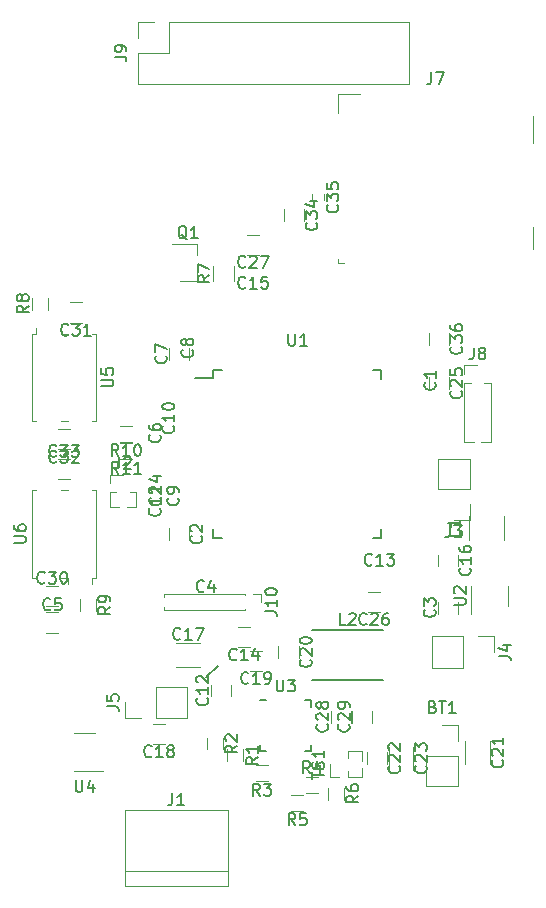
<source format=gbr>
G04 #@! TF.GenerationSoftware,KiCad,Pcbnew,5.0.1*
G04 #@! TF.CreationDate,2019-01-30T17:32:38+03:00*
G04 #@! TF.ProjectId,core,636F72652E6B696361645F7063620000,rev?*
G04 #@! TF.SameCoordinates,Original*
G04 #@! TF.FileFunction,Legend,Top*
G04 #@! TF.FilePolarity,Positive*
%FSLAX46Y46*%
G04 Gerber Fmt 4.6, Leading zero omitted, Abs format (unit mm)*
G04 Created by KiCad (PCBNEW 5.0.1) date Wed 30 Jan 2019 05:32:38 PM MSK*
%MOMM*%
%LPD*%
G01*
G04 APERTURE LIST*
%ADD10C,0.200000*%
%ADD11C,0.120000*%
%ADD12C,0.150000*%
G04 APERTURE END LIST*
D10*
X165000000Y-103150000D02*
X164050000Y-104100000D01*
D11*
G04 #@! TO.C,J10*
X160440000Y-97055000D02*
X160440000Y-97355507D01*
X160440000Y-98144493D02*
X160440000Y-98445000D01*
X167315000Y-97055000D02*
X160440000Y-97055000D01*
X167315000Y-98445000D02*
X160440000Y-98445000D01*
X167315000Y-97055000D02*
X167315000Y-97141724D01*
X167315000Y-98358276D02*
X167315000Y-98445000D01*
X168000000Y-97055000D02*
X168685000Y-97055000D01*
X168685000Y-97055000D02*
X168685000Y-97750000D01*
G04 #@! TO.C,J9*
X158260000Y-53870000D02*
X158260000Y-51270000D01*
X158260000Y-53870000D02*
X181240000Y-53870000D01*
X181240000Y-53870000D02*
X181240000Y-48670000D01*
X160860000Y-48670000D02*
X181240000Y-48670000D01*
X160860000Y-51270000D02*
X160860000Y-48670000D01*
X158260000Y-51270000D02*
X160860000Y-51270000D01*
X158260000Y-48670000D02*
X159590000Y-48670000D01*
X158260000Y-50000000D02*
X158260000Y-48670000D01*
D12*
G04 #@! TO.C,U3*
X172900000Y-106100000D02*
X172900000Y-106625000D01*
X168600000Y-110400000D02*
X168600000Y-109875000D01*
X172900000Y-110400000D02*
X172900000Y-109875000D01*
X168600000Y-106100000D02*
X169125000Y-106100000D01*
X168600000Y-110400000D02*
X169125000Y-110400000D01*
X172900000Y-110400000D02*
X172375000Y-110400000D01*
X172900000Y-106100000D02*
X172375000Y-106100000D01*
G04 #@! TO.C,U1*
X164625000Y-78125000D02*
X164625000Y-78775000D01*
X178875000Y-78125000D02*
X178875000Y-78885000D01*
X178875000Y-92375000D02*
X178875000Y-91615000D01*
X164625000Y-92375000D02*
X164625000Y-91615000D01*
X164625000Y-78125000D02*
X165385000Y-78125000D01*
X164625000Y-92375000D02*
X165385000Y-92375000D01*
X178875000Y-92375000D02*
X178115000Y-92375000D01*
X178875000Y-78125000D02*
X178115000Y-78125000D01*
X164625000Y-78775000D02*
X163100000Y-78775000D01*
D11*
G04 #@! TO.C,C30*
X151500000Y-96400000D02*
X150500000Y-96400000D01*
X150500000Y-98100000D02*
X151500000Y-98100000D01*
G04 #@! TO.C,C3*
X183650000Y-97750000D02*
X183650000Y-98750000D01*
X185350000Y-98750000D02*
X185350000Y-97750000D01*
G04 #@! TO.C,C2*
X162600000Y-92500000D02*
X162600000Y-91500000D01*
X160900000Y-91500000D02*
X160900000Y-92500000D01*
G04 #@! TO.C,C5*
X150500000Y-100350000D02*
X151500000Y-100350000D01*
X151500000Y-98650000D02*
X150500000Y-98650000D01*
G04 #@! TO.C,C12*
X164400000Y-104750000D02*
X164400000Y-105750000D01*
X166100000Y-105750000D02*
X166100000Y-104750000D01*
G04 #@! TO.C,C14*
X167750000Y-99900000D02*
X166750000Y-99900000D01*
X166750000Y-101600000D02*
X167750000Y-101600000D01*
G04 #@! TO.C,C16*
X183650000Y-93750000D02*
X183650000Y-94750000D01*
X185350000Y-94750000D02*
X185350000Y-93750000D01*
G04 #@! TO.C,C17*
X163500000Y-101230000D02*
X161500000Y-101230000D01*
X161500000Y-103270000D02*
X163500000Y-103270000D01*
G04 #@! TO.C,C18*
X160550000Y-108100000D02*
X159550000Y-108100000D01*
X159550000Y-109800000D02*
X160550000Y-109800000D01*
G04 #@! TO.C,C19*
X168750000Y-101900000D02*
X167750000Y-101900000D01*
X167750000Y-103600000D02*
X168750000Y-103600000D01*
G04 #@! TO.C,C20*
X170150000Y-101500000D02*
X170150000Y-102500000D01*
X171850000Y-102500000D02*
X171850000Y-101500000D01*
G04 #@! TO.C,C21*
X185980000Y-109500000D02*
X185980000Y-111500000D01*
X188020000Y-111500000D02*
X188020000Y-109500000D01*
G04 #@! TO.C,C22*
X179350000Y-111500000D02*
X179350000Y-110500000D01*
X177650000Y-110500000D02*
X177650000Y-111500000D01*
G04 #@! TO.C,C23*
X181520000Y-112000000D02*
X181520000Y-110000000D01*
X179480000Y-110000000D02*
X179480000Y-112000000D01*
G04 #@! TO.C,C25*
X182900000Y-78750000D02*
X182900000Y-79750000D01*
X184600000Y-79750000D02*
X184600000Y-78750000D01*
G04 #@! TO.C,C26*
X177750000Y-98600000D02*
X178750000Y-98600000D01*
X178750000Y-96900000D02*
X177750000Y-96900000D01*
G04 #@! TO.C,J1*
X157150000Y-121780000D02*
X165850000Y-121780000D01*
X157150000Y-115370000D02*
X165850000Y-115370000D01*
X165850000Y-115370000D02*
X165850000Y-121780000D01*
X165850000Y-120550000D02*
X157150000Y-120550000D01*
X157150000Y-121780000D02*
X157150000Y-115370000D01*
G04 #@! TO.C,J3*
X186330000Y-85630000D02*
X183670000Y-85630000D01*
X186330000Y-88230000D02*
X186330000Y-85630000D01*
X183670000Y-88230000D02*
X183670000Y-85630000D01*
X186330000Y-88230000D02*
X183670000Y-88230000D01*
X186330000Y-89500000D02*
X186330000Y-90830000D01*
X186330000Y-90830000D02*
X185000000Y-90830000D01*
G04 #@! TO.C,J4*
X183170000Y-100670000D02*
X183170000Y-103330000D01*
X185770000Y-100670000D02*
X183170000Y-100670000D01*
X185770000Y-103330000D02*
X183170000Y-103330000D01*
X185770000Y-100670000D02*
X185770000Y-103330000D01*
X187040000Y-100670000D02*
X188370000Y-100670000D01*
X188370000Y-100670000D02*
X188370000Y-102000000D01*
G04 #@! TO.C,J5*
X157170000Y-107580000D02*
X157170000Y-106250000D01*
X158500000Y-107580000D02*
X157170000Y-107580000D01*
X159770000Y-107580000D02*
X159770000Y-104920000D01*
X159770000Y-104920000D02*
X162370000Y-104920000D01*
X159770000Y-107580000D02*
X162370000Y-107580000D01*
X162370000Y-107580000D02*
X162370000Y-104920000D01*
G04 #@! TO.C,L1*
X189230000Y-90500000D02*
X189230000Y-92500000D01*
X186270000Y-92500000D02*
X186270000Y-90500000D01*
G04 #@! TO.C,R1*
X167180000Y-110250000D02*
X167180000Y-111250000D01*
X165820000Y-111250000D02*
X165820000Y-110250000D01*
G04 #@! TO.C,R2*
X164070000Y-110250000D02*
X164070000Y-109250000D01*
X165430000Y-109250000D02*
X165430000Y-110250000D01*
G04 #@! TO.C,R3*
X169250000Y-112930000D02*
X168250000Y-112930000D01*
X168250000Y-111570000D02*
X169250000Y-111570000D01*
G04 #@! TO.C,R4*
X173500000Y-113930000D02*
X172500000Y-113930000D01*
X172500000Y-112570000D02*
X173500000Y-112570000D01*
G04 #@! TO.C,R5*
X172250000Y-115430000D02*
X171250000Y-115430000D01*
X171250000Y-114070000D02*
X172250000Y-114070000D01*
G04 #@! TO.C,R6*
X174320000Y-114500000D02*
X174320000Y-113500000D01*
X175680000Y-113500000D02*
X175680000Y-114500000D01*
G04 #@! TO.C,TS1*
X177215000Y-112610000D02*
X177215000Y-111807530D01*
X177215000Y-111192470D02*
X177215000Y-110390000D01*
X176010000Y-112610000D02*
X177215000Y-112610000D01*
X176010000Y-110390000D02*
X177215000Y-110390000D01*
X176010000Y-112610000D02*
X176010000Y-112063471D01*
X176010000Y-110936529D02*
X176010000Y-110390000D01*
X175250000Y-112610000D02*
X174490000Y-112610000D01*
X174490000Y-112610000D02*
X174490000Y-111500000D01*
G04 #@! TO.C,U2*
X189560000Y-98130000D02*
X189560000Y-96370000D01*
X186490000Y-96370000D02*
X186490000Y-98800000D01*
G04 #@! TO.C,BT1*
X182670000Y-110770000D02*
X185330000Y-110770000D01*
X182670000Y-110770000D02*
X182670000Y-113370000D01*
X182670000Y-113370000D02*
X185330000Y-113370000D01*
X185330000Y-110770000D02*
X185330000Y-113370000D01*
X185330000Y-108170000D02*
X185330000Y-109500000D01*
X184000000Y-108170000D02*
X185330000Y-108170000D01*
D12*
G04 #@! TO.C,L2*
X173000000Y-100150000D02*
X179000000Y-100150000D01*
X173000000Y-104350000D02*
X179000000Y-104350000D01*
D11*
G04 #@! TO.C,C28*
X176260001Y-107974999D02*
X176260001Y-106974999D01*
X174560001Y-106974999D02*
X174560001Y-107974999D01*
G04 #@! TO.C,C29*
X176380001Y-106974999D02*
X176380001Y-107974999D01*
X178080001Y-107974999D02*
X178080001Y-106974999D01*
G04 #@! TO.C,J2*
X155890000Y-89695000D02*
X156692470Y-89695000D01*
X157307530Y-89695000D02*
X158110000Y-89695000D01*
X155890000Y-88490000D02*
X155890000Y-89695000D01*
X158110000Y-88490000D02*
X158110000Y-89695000D01*
X155890000Y-88490000D02*
X156436529Y-88490000D01*
X157563471Y-88490000D02*
X158110000Y-88490000D01*
X155890000Y-87730000D02*
X155890000Y-86970000D01*
X155890000Y-86970000D02*
X157000000Y-86970000D01*
G04 #@! TO.C,C31*
X153500000Y-72400000D02*
X152500000Y-72400000D01*
X152500000Y-74100000D02*
X153500000Y-74100000D01*
G04 #@! TO.C,C32*
X152500000Y-83150000D02*
X151500000Y-83150000D01*
X151500000Y-84850000D02*
X152500000Y-84850000D01*
G04 #@! TO.C,C33*
X152500000Y-85650000D02*
X151500000Y-85650000D01*
X151500000Y-87350000D02*
X152500000Y-87350000D01*
G04 #@! TO.C,R8*
X150680000Y-72000000D02*
X150680000Y-73000000D01*
X149320000Y-73000000D02*
X149320000Y-72000000D01*
G04 #@! TO.C,R9*
X153320000Y-98500000D02*
X153320000Y-97500000D01*
X154680000Y-97500000D02*
X154680000Y-98500000D01*
G04 #@! TO.C,R10*
X157750000Y-84180000D02*
X156750000Y-84180000D01*
X156750000Y-82820000D02*
X157750000Y-82820000D01*
G04 #@! TO.C,R11*
X157750000Y-85680000D02*
X156750000Y-85680000D01*
X156750000Y-84320000D02*
X157750000Y-84320000D01*
G04 #@! TO.C,U5*
X152300000Y-82450000D02*
X151700000Y-82450000D01*
X151700000Y-75050000D02*
X152300000Y-75050000D01*
X151700000Y-74550000D02*
X151700000Y-75050000D01*
X149300000Y-82450000D02*
X149600000Y-82450000D01*
X149300000Y-75050000D02*
X149300000Y-82450000D01*
X149600000Y-75050000D02*
X149300000Y-75050000D01*
X149600000Y-74550000D02*
X149600000Y-75050000D01*
X154700000Y-82450000D02*
X154400000Y-82450000D01*
X154700000Y-75050000D02*
X154700000Y-82450000D01*
X154400000Y-75050000D02*
X154700000Y-75050000D01*
G04 #@! TO.C,U6*
X149600000Y-95700000D02*
X149300000Y-95700000D01*
X149300000Y-95700000D02*
X149300000Y-88300000D01*
X149300000Y-88300000D02*
X149600000Y-88300000D01*
X154400000Y-96200000D02*
X154400000Y-95700000D01*
X154400000Y-95700000D02*
X154700000Y-95700000D01*
X154700000Y-95700000D02*
X154700000Y-88300000D01*
X154700000Y-88300000D02*
X154400000Y-88300000D01*
X152300000Y-96200000D02*
X152300000Y-95700000D01*
X152300000Y-95700000D02*
X151700000Y-95700000D01*
X151700000Y-88300000D02*
X152300000Y-88300000D01*
G04 #@! TO.C,C34*
X172350000Y-65500000D02*
X172350000Y-64500000D01*
X170650000Y-64500000D02*
X170650000Y-65500000D01*
G04 #@! TO.C,C35*
X173970000Y-63750000D02*
X173970000Y-63250000D01*
X173030000Y-63250000D02*
X173030000Y-63750000D01*
G04 #@! TO.C,J7*
X191680000Y-67870000D02*
X191680000Y-66030000D01*
X191680000Y-56630000D02*
X191680000Y-58860000D01*
X175170000Y-69020000D02*
X175680000Y-69020000D01*
X175170000Y-68700000D02*
X175170000Y-69020000D01*
X175170000Y-54790000D02*
X177080000Y-54790000D01*
X175170000Y-56320000D02*
X175170000Y-54790000D01*
G04 #@! TO.C,J8*
X185890000Y-84235000D02*
X186692470Y-84235000D01*
X187307530Y-84235000D02*
X188110000Y-84235000D01*
X185890000Y-79220000D02*
X185890000Y-84235000D01*
X188110000Y-79220000D02*
X188110000Y-84235000D01*
X185890000Y-79220000D02*
X186436529Y-79220000D01*
X187563471Y-79220000D02*
X188110000Y-79220000D01*
X185890000Y-78460000D02*
X185890000Y-77700000D01*
X185890000Y-77700000D02*
X187000000Y-77700000D01*
G04 #@! TO.C,U4*
X154650000Y-108890000D02*
X152850000Y-108890000D01*
X152850000Y-112110000D02*
X155300000Y-112110000D01*
G04 #@! TO.C,C7*
X160900000Y-76250000D02*
X160900000Y-77250000D01*
X162600000Y-77250000D02*
X162600000Y-76250000D01*
G04 #@! TO.C,C27*
X168500000Y-66650000D02*
X167500000Y-66650000D01*
X167500000Y-68350000D02*
X168500000Y-68350000D01*
G04 #@! TO.C,Q1*
X163260000Y-70580000D02*
X163260000Y-69650000D01*
X163260000Y-67420000D02*
X163260000Y-68350000D01*
X163260000Y-67420000D02*
X161100000Y-67420000D01*
X163260000Y-70580000D02*
X161800000Y-70580000D01*
G04 #@! TO.C,R7*
X166380000Y-69350000D02*
X166380000Y-70550000D01*
X164620000Y-70550000D02*
X164620000Y-69350000D01*
G04 #@! TO.C,C36*
X184600000Y-76000000D02*
X184600000Y-75000000D01*
X182900000Y-75000000D02*
X182900000Y-76000000D01*
G04 #@! TO.C,J10*
D12*
X169012380Y-98559523D02*
X169726666Y-98559523D01*
X169869523Y-98607142D01*
X169964761Y-98702380D01*
X170012380Y-98845238D01*
X170012380Y-98940476D01*
X170012380Y-97559523D02*
X170012380Y-98130952D01*
X170012380Y-97845238D02*
X169012380Y-97845238D01*
X169155238Y-97940476D01*
X169250476Y-98035714D01*
X169298095Y-98130952D01*
X169012380Y-96940476D02*
X169012380Y-96845238D01*
X169060000Y-96750000D01*
X169107619Y-96702380D01*
X169202857Y-96654761D01*
X169393333Y-96607142D01*
X169631428Y-96607142D01*
X169821904Y-96654761D01*
X169917142Y-96702380D01*
X169964761Y-96750000D01*
X170012380Y-96845238D01*
X170012380Y-96940476D01*
X169964761Y-97035714D01*
X169917142Y-97083333D01*
X169821904Y-97130952D01*
X169631428Y-97178571D01*
X169393333Y-97178571D01*
X169202857Y-97130952D01*
X169107619Y-97083333D01*
X169060000Y-97035714D01*
X169012380Y-96940476D01*
G04 #@! TO.C,J9*
X156272380Y-51603333D02*
X156986666Y-51603333D01*
X157129523Y-51650952D01*
X157224761Y-51746190D01*
X157272380Y-51889047D01*
X157272380Y-51984285D01*
X157272380Y-51079523D02*
X157272380Y-50889047D01*
X157224761Y-50793809D01*
X157177142Y-50746190D01*
X157034285Y-50650952D01*
X156843809Y-50603333D01*
X156462857Y-50603333D01*
X156367619Y-50650952D01*
X156320000Y-50698571D01*
X156272380Y-50793809D01*
X156272380Y-50984285D01*
X156320000Y-51079523D01*
X156367619Y-51127142D01*
X156462857Y-51174761D01*
X156700952Y-51174761D01*
X156796190Y-51127142D01*
X156843809Y-51079523D01*
X156891428Y-50984285D01*
X156891428Y-50793809D01*
X156843809Y-50698571D01*
X156796190Y-50650952D01*
X156700952Y-50603333D01*
G04 #@! TO.C,U3*
X169988095Y-104327380D02*
X169988095Y-105136904D01*
X170035714Y-105232142D01*
X170083333Y-105279761D01*
X170178571Y-105327380D01*
X170369047Y-105327380D01*
X170464285Y-105279761D01*
X170511904Y-105232142D01*
X170559523Y-105136904D01*
X170559523Y-104327380D01*
X170940476Y-104327380D02*
X171559523Y-104327380D01*
X171226190Y-104708333D01*
X171369047Y-104708333D01*
X171464285Y-104755952D01*
X171511904Y-104803571D01*
X171559523Y-104898809D01*
X171559523Y-105136904D01*
X171511904Y-105232142D01*
X171464285Y-105279761D01*
X171369047Y-105327380D01*
X171083333Y-105327380D01*
X170988095Y-105279761D01*
X170940476Y-105232142D01*
G04 #@! TO.C,U1*
X170988095Y-75052380D02*
X170988095Y-75861904D01*
X171035714Y-75957142D01*
X171083333Y-76004761D01*
X171178571Y-76052380D01*
X171369047Y-76052380D01*
X171464285Y-76004761D01*
X171511904Y-75957142D01*
X171559523Y-75861904D01*
X171559523Y-75052380D01*
X172559523Y-76052380D02*
X171988095Y-76052380D01*
X172273809Y-76052380D02*
X172273809Y-75052380D01*
X172178571Y-75195238D01*
X172083333Y-75290476D01*
X171988095Y-75338095D01*
G04 #@! TO.C,C30*
X150357142Y-96107142D02*
X150309523Y-96154761D01*
X150166666Y-96202380D01*
X150071428Y-96202380D01*
X149928571Y-96154761D01*
X149833333Y-96059523D01*
X149785714Y-95964285D01*
X149738095Y-95773809D01*
X149738095Y-95630952D01*
X149785714Y-95440476D01*
X149833333Y-95345238D01*
X149928571Y-95250000D01*
X150071428Y-95202380D01*
X150166666Y-95202380D01*
X150309523Y-95250000D01*
X150357142Y-95297619D01*
X150690476Y-95202380D02*
X151309523Y-95202380D01*
X150976190Y-95583333D01*
X151119047Y-95583333D01*
X151214285Y-95630952D01*
X151261904Y-95678571D01*
X151309523Y-95773809D01*
X151309523Y-96011904D01*
X151261904Y-96107142D01*
X151214285Y-96154761D01*
X151119047Y-96202380D01*
X150833333Y-96202380D01*
X150738095Y-96154761D01*
X150690476Y-96107142D01*
X151928571Y-95202380D02*
X152023809Y-95202380D01*
X152119047Y-95250000D01*
X152166666Y-95297619D01*
X152214285Y-95392857D01*
X152261904Y-95583333D01*
X152261904Y-95821428D01*
X152214285Y-96011904D01*
X152166666Y-96107142D01*
X152119047Y-96154761D01*
X152023809Y-96202380D01*
X151928571Y-96202380D01*
X151833333Y-96154761D01*
X151785714Y-96107142D01*
X151738095Y-96011904D01*
X151690476Y-95821428D01*
X151690476Y-95583333D01*
X151738095Y-95392857D01*
X151785714Y-95297619D01*
X151833333Y-95250000D01*
X151928571Y-95202380D01*
G04 #@! TO.C,C3*
X183357142Y-98416666D02*
X183404761Y-98464285D01*
X183452380Y-98607142D01*
X183452380Y-98702380D01*
X183404761Y-98845238D01*
X183309523Y-98940476D01*
X183214285Y-98988095D01*
X183023809Y-99035714D01*
X182880952Y-99035714D01*
X182690476Y-98988095D01*
X182595238Y-98940476D01*
X182500000Y-98845238D01*
X182452380Y-98702380D01*
X182452380Y-98607142D01*
X182500000Y-98464285D01*
X182547619Y-98416666D01*
X182452380Y-98083333D02*
X182452380Y-97464285D01*
X182833333Y-97797619D01*
X182833333Y-97654761D01*
X182880952Y-97559523D01*
X182928571Y-97511904D01*
X183023809Y-97464285D01*
X183261904Y-97464285D01*
X183357142Y-97511904D01*
X183404761Y-97559523D01*
X183452380Y-97654761D01*
X183452380Y-97940476D01*
X183404761Y-98035714D01*
X183357142Y-98083333D01*
G04 #@! TO.C,C1*
X183377142Y-79166666D02*
X183424761Y-79214285D01*
X183472380Y-79357142D01*
X183472380Y-79452380D01*
X183424761Y-79595238D01*
X183329523Y-79690476D01*
X183234285Y-79738095D01*
X183043809Y-79785714D01*
X182900952Y-79785714D01*
X182710476Y-79738095D01*
X182615238Y-79690476D01*
X182520000Y-79595238D01*
X182472380Y-79452380D01*
X182472380Y-79357142D01*
X182520000Y-79214285D01*
X182567619Y-79166666D01*
X183472380Y-78214285D02*
X183472380Y-78785714D01*
X183472380Y-78500000D02*
X182472380Y-78500000D01*
X182615238Y-78595238D01*
X182710476Y-78690476D01*
X182758095Y-78785714D01*
G04 #@! TO.C,C2*
X163607142Y-92166666D02*
X163654761Y-92214285D01*
X163702380Y-92357142D01*
X163702380Y-92452380D01*
X163654761Y-92595238D01*
X163559523Y-92690476D01*
X163464285Y-92738095D01*
X163273809Y-92785714D01*
X163130952Y-92785714D01*
X162940476Y-92738095D01*
X162845238Y-92690476D01*
X162750000Y-92595238D01*
X162702380Y-92452380D01*
X162702380Y-92357142D01*
X162750000Y-92214285D01*
X162797619Y-92166666D01*
X162797619Y-91785714D02*
X162750000Y-91738095D01*
X162702380Y-91642857D01*
X162702380Y-91404761D01*
X162750000Y-91309523D01*
X162797619Y-91261904D01*
X162892857Y-91214285D01*
X162988095Y-91214285D01*
X163130952Y-91261904D01*
X163702380Y-91833333D01*
X163702380Y-91214285D01*
G04 #@! TO.C,C4*
X163833333Y-96827142D02*
X163785714Y-96874761D01*
X163642857Y-96922380D01*
X163547619Y-96922380D01*
X163404761Y-96874761D01*
X163309523Y-96779523D01*
X163261904Y-96684285D01*
X163214285Y-96493809D01*
X163214285Y-96350952D01*
X163261904Y-96160476D01*
X163309523Y-96065238D01*
X163404761Y-95970000D01*
X163547619Y-95922380D01*
X163642857Y-95922380D01*
X163785714Y-95970000D01*
X163833333Y-96017619D01*
X164690476Y-96255714D02*
X164690476Y-96922380D01*
X164452380Y-95874761D02*
X164214285Y-96589047D01*
X164833333Y-96589047D01*
G04 #@! TO.C,C5*
X150833333Y-98357142D02*
X150785714Y-98404761D01*
X150642857Y-98452380D01*
X150547619Y-98452380D01*
X150404761Y-98404761D01*
X150309523Y-98309523D01*
X150261904Y-98214285D01*
X150214285Y-98023809D01*
X150214285Y-97880952D01*
X150261904Y-97690476D01*
X150309523Y-97595238D01*
X150404761Y-97500000D01*
X150547619Y-97452380D01*
X150642857Y-97452380D01*
X150785714Y-97500000D01*
X150833333Y-97547619D01*
X151738095Y-97452380D02*
X151261904Y-97452380D01*
X151214285Y-97928571D01*
X151261904Y-97880952D01*
X151357142Y-97833333D01*
X151595238Y-97833333D01*
X151690476Y-97880952D01*
X151738095Y-97928571D01*
X151785714Y-98023809D01*
X151785714Y-98261904D01*
X151738095Y-98357142D01*
X151690476Y-98404761D01*
X151595238Y-98452380D01*
X151357142Y-98452380D01*
X151261904Y-98404761D01*
X151214285Y-98357142D01*
G04 #@! TO.C,C6*
X160087142Y-83616666D02*
X160134761Y-83664285D01*
X160182380Y-83807142D01*
X160182380Y-83902380D01*
X160134761Y-84045238D01*
X160039523Y-84140476D01*
X159944285Y-84188095D01*
X159753809Y-84235714D01*
X159610952Y-84235714D01*
X159420476Y-84188095D01*
X159325238Y-84140476D01*
X159230000Y-84045238D01*
X159182380Y-83902380D01*
X159182380Y-83807142D01*
X159230000Y-83664285D01*
X159277619Y-83616666D01*
X159182380Y-82759523D02*
X159182380Y-82950000D01*
X159230000Y-83045238D01*
X159277619Y-83092857D01*
X159420476Y-83188095D01*
X159610952Y-83235714D01*
X159991904Y-83235714D01*
X160087142Y-83188095D01*
X160134761Y-83140476D01*
X160182380Y-83045238D01*
X160182380Y-82854761D01*
X160134761Y-82759523D01*
X160087142Y-82711904D01*
X159991904Y-82664285D01*
X159753809Y-82664285D01*
X159658571Y-82711904D01*
X159610952Y-82759523D01*
X159563333Y-82854761D01*
X159563333Y-83045238D01*
X159610952Y-83140476D01*
X159658571Y-83188095D01*
X159753809Y-83235714D01*
G04 #@! TO.C,C9*
X161627142Y-88966666D02*
X161674761Y-89014285D01*
X161722380Y-89157142D01*
X161722380Y-89252380D01*
X161674761Y-89395238D01*
X161579523Y-89490476D01*
X161484285Y-89538095D01*
X161293809Y-89585714D01*
X161150952Y-89585714D01*
X160960476Y-89538095D01*
X160865238Y-89490476D01*
X160770000Y-89395238D01*
X160722380Y-89252380D01*
X160722380Y-89157142D01*
X160770000Y-89014285D01*
X160817619Y-88966666D01*
X161722380Y-88490476D02*
X161722380Y-88300000D01*
X161674761Y-88204761D01*
X161627142Y-88157142D01*
X161484285Y-88061904D01*
X161293809Y-88014285D01*
X160912857Y-88014285D01*
X160817619Y-88061904D01*
X160770000Y-88109523D01*
X160722380Y-88204761D01*
X160722380Y-88395238D01*
X160770000Y-88490476D01*
X160817619Y-88538095D01*
X160912857Y-88585714D01*
X161150952Y-88585714D01*
X161246190Y-88538095D01*
X161293809Y-88490476D01*
X161341428Y-88395238D01*
X161341428Y-88204761D01*
X161293809Y-88109523D01*
X161246190Y-88061904D01*
X161150952Y-88014285D01*
G04 #@! TO.C,C10*
X161227142Y-82842857D02*
X161274761Y-82890476D01*
X161322380Y-83033333D01*
X161322380Y-83128571D01*
X161274761Y-83271428D01*
X161179523Y-83366666D01*
X161084285Y-83414285D01*
X160893809Y-83461904D01*
X160750952Y-83461904D01*
X160560476Y-83414285D01*
X160465238Y-83366666D01*
X160370000Y-83271428D01*
X160322380Y-83128571D01*
X160322380Y-83033333D01*
X160370000Y-82890476D01*
X160417619Y-82842857D01*
X161322380Y-81890476D02*
X161322380Y-82461904D01*
X161322380Y-82176190D02*
X160322380Y-82176190D01*
X160465238Y-82271428D01*
X160560476Y-82366666D01*
X160608095Y-82461904D01*
X160322380Y-81271428D02*
X160322380Y-81176190D01*
X160370000Y-81080952D01*
X160417619Y-81033333D01*
X160512857Y-80985714D01*
X160703333Y-80938095D01*
X160941428Y-80938095D01*
X161131904Y-80985714D01*
X161227142Y-81033333D01*
X161274761Y-81080952D01*
X161322380Y-81176190D01*
X161322380Y-81271428D01*
X161274761Y-81366666D01*
X161227142Y-81414285D01*
X161131904Y-81461904D01*
X160941428Y-81509523D01*
X160703333Y-81509523D01*
X160512857Y-81461904D01*
X160417619Y-81414285D01*
X160370000Y-81366666D01*
X160322380Y-81271428D01*
G04 #@! TO.C,C11*
X160087142Y-89842857D02*
X160134761Y-89890476D01*
X160182380Y-90033333D01*
X160182380Y-90128571D01*
X160134761Y-90271428D01*
X160039523Y-90366666D01*
X159944285Y-90414285D01*
X159753809Y-90461904D01*
X159610952Y-90461904D01*
X159420476Y-90414285D01*
X159325238Y-90366666D01*
X159230000Y-90271428D01*
X159182380Y-90128571D01*
X159182380Y-90033333D01*
X159230000Y-89890476D01*
X159277619Y-89842857D01*
X160182380Y-88890476D02*
X160182380Y-89461904D01*
X160182380Y-89176190D02*
X159182380Y-89176190D01*
X159325238Y-89271428D01*
X159420476Y-89366666D01*
X159468095Y-89461904D01*
X160182380Y-87938095D02*
X160182380Y-88509523D01*
X160182380Y-88223809D02*
X159182380Y-88223809D01*
X159325238Y-88319047D01*
X159420476Y-88414285D01*
X159468095Y-88509523D01*
G04 #@! TO.C,C12*
X164107142Y-105892857D02*
X164154761Y-105940476D01*
X164202380Y-106083333D01*
X164202380Y-106178571D01*
X164154761Y-106321428D01*
X164059523Y-106416666D01*
X163964285Y-106464285D01*
X163773809Y-106511904D01*
X163630952Y-106511904D01*
X163440476Y-106464285D01*
X163345238Y-106416666D01*
X163250000Y-106321428D01*
X163202380Y-106178571D01*
X163202380Y-106083333D01*
X163250000Y-105940476D01*
X163297619Y-105892857D01*
X164202380Y-104940476D02*
X164202380Y-105511904D01*
X164202380Y-105226190D02*
X163202380Y-105226190D01*
X163345238Y-105321428D01*
X163440476Y-105416666D01*
X163488095Y-105511904D01*
X163297619Y-104559523D02*
X163250000Y-104511904D01*
X163202380Y-104416666D01*
X163202380Y-104178571D01*
X163250000Y-104083333D01*
X163297619Y-104035714D01*
X163392857Y-103988095D01*
X163488095Y-103988095D01*
X163630952Y-104035714D01*
X164202380Y-104607142D01*
X164202380Y-103988095D01*
G04 #@! TO.C,C13*
X178057142Y-94587142D02*
X178009523Y-94634761D01*
X177866666Y-94682380D01*
X177771428Y-94682380D01*
X177628571Y-94634761D01*
X177533333Y-94539523D01*
X177485714Y-94444285D01*
X177438095Y-94253809D01*
X177438095Y-94110952D01*
X177485714Y-93920476D01*
X177533333Y-93825238D01*
X177628571Y-93730000D01*
X177771428Y-93682380D01*
X177866666Y-93682380D01*
X178009523Y-93730000D01*
X178057142Y-93777619D01*
X179009523Y-94682380D02*
X178438095Y-94682380D01*
X178723809Y-94682380D02*
X178723809Y-93682380D01*
X178628571Y-93825238D01*
X178533333Y-93920476D01*
X178438095Y-93968095D01*
X179342857Y-93682380D02*
X179961904Y-93682380D01*
X179628571Y-94063333D01*
X179771428Y-94063333D01*
X179866666Y-94110952D01*
X179914285Y-94158571D01*
X179961904Y-94253809D01*
X179961904Y-94491904D01*
X179914285Y-94587142D01*
X179866666Y-94634761D01*
X179771428Y-94682380D01*
X179485714Y-94682380D01*
X179390476Y-94634761D01*
X179342857Y-94587142D01*
G04 #@! TO.C,C14*
X166607142Y-102607142D02*
X166559523Y-102654761D01*
X166416666Y-102702380D01*
X166321428Y-102702380D01*
X166178571Y-102654761D01*
X166083333Y-102559523D01*
X166035714Y-102464285D01*
X165988095Y-102273809D01*
X165988095Y-102130952D01*
X166035714Y-101940476D01*
X166083333Y-101845238D01*
X166178571Y-101750000D01*
X166321428Y-101702380D01*
X166416666Y-101702380D01*
X166559523Y-101750000D01*
X166607142Y-101797619D01*
X167559523Y-102702380D02*
X166988095Y-102702380D01*
X167273809Y-102702380D02*
X167273809Y-101702380D01*
X167178571Y-101845238D01*
X167083333Y-101940476D01*
X166988095Y-101988095D01*
X168416666Y-102035714D02*
X168416666Y-102702380D01*
X168178571Y-101654761D02*
X167940476Y-102369047D01*
X168559523Y-102369047D01*
G04 #@! TO.C,C16*
X186357142Y-94892857D02*
X186404761Y-94940476D01*
X186452380Y-95083333D01*
X186452380Y-95178571D01*
X186404761Y-95321428D01*
X186309523Y-95416666D01*
X186214285Y-95464285D01*
X186023809Y-95511904D01*
X185880952Y-95511904D01*
X185690476Y-95464285D01*
X185595238Y-95416666D01*
X185500000Y-95321428D01*
X185452380Y-95178571D01*
X185452380Y-95083333D01*
X185500000Y-94940476D01*
X185547619Y-94892857D01*
X186452380Y-93940476D02*
X186452380Y-94511904D01*
X186452380Y-94226190D02*
X185452380Y-94226190D01*
X185595238Y-94321428D01*
X185690476Y-94416666D01*
X185738095Y-94511904D01*
X185452380Y-93083333D02*
X185452380Y-93273809D01*
X185500000Y-93369047D01*
X185547619Y-93416666D01*
X185690476Y-93511904D01*
X185880952Y-93559523D01*
X186261904Y-93559523D01*
X186357142Y-93511904D01*
X186404761Y-93464285D01*
X186452380Y-93369047D01*
X186452380Y-93178571D01*
X186404761Y-93083333D01*
X186357142Y-93035714D01*
X186261904Y-92988095D01*
X186023809Y-92988095D01*
X185928571Y-93035714D01*
X185880952Y-93083333D01*
X185833333Y-93178571D01*
X185833333Y-93369047D01*
X185880952Y-93464285D01*
X185928571Y-93511904D01*
X186023809Y-93559523D01*
G04 #@! TO.C,C17*
X161857142Y-100857142D02*
X161809523Y-100904761D01*
X161666666Y-100952380D01*
X161571428Y-100952380D01*
X161428571Y-100904761D01*
X161333333Y-100809523D01*
X161285714Y-100714285D01*
X161238095Y-100523809D01*
X161238095Y-100380952D01*
X161285714Y-100190476D01*
X161333333Y-100095238D01*
X161428571Y-100000000D01*
X161571428Y-99952380D01*
X161666666Y-99952380D01*
X161809523Y-100000000D01*
X161857142Y-100047619D01*
X162809523Y-100952380D02*
X162238095Y-100952380D01*
X162523809Y-100952380D02*
X162523809Y-99952380D01*
X162428571Y-100095238D01*
X162333333Y-100190476D01*
X162238095Y-100238095D01*
X163142857Y-99952380D02*
X163809523Y-99952380D01*
X163380952Y-100952380D01*
G04 #@! TO.C,C18*
X159407142Y-110807142D02*
X159359523Y-110854761D01*
X159216666Y-110902380D01*
X159121428Y-110902380D01*
X158978571Y-110854761D01*
X158883333Y-110759523D01*
X158835714Y-110664285D01*
X158788095Y-110473809D01*
X158788095Y-110330952D01*
X158835714Y-110140476D01*
X158883333Y-110045238D01*
X158978571Y-109950000D01*
X159121428Y-109902380D01*
X159216666Y-109902380D01*
X159359523Y-109950000D01*
X159407142Y-109997619D01*
X160359523Y-110902380D02*
X159788095Y-110902380D01*
X160073809Y-110902380D02*
X160073809Y-109902380D01*
X159978571Y-110045238D01*
X159883333Y-110140476D01*
X159788095Y-110188095D01*
X160930952Y-110330952D02*
X160835714Y-110283333D01*
X160788095Y-110235714D01*
X160740476Y-110140476D01*
X160740476Y-110092857D01*
X160788095Y-109997619D01*
X160835714Y-109950000D01*
X160930952Y-109902380D01*
X161121428Y-109902380D01*
X161216666Y-109950000D01*
X161264285Y-109997619D01*
X161311904Y-110092857D01*
X161311904Y-110140476D01*
X161264285Y-110235714D01*
X161216666Y-110283333D01*
X161121428Y-110330952D01*
X160930952Y-110330952D01*
X160835714Y-110378571D01*
X160788095Y-110426190D01*
X160740476Y-110521428D01*
X160740476Y-110711904D01*
X160788095Y-110807142D01*
X160835714Y-110854761D01*
X160930952Y-110902380D01*
X161121428Y-110902380D01*
X161216666Y-110854761D01*
X161264285Y-110807142D01*
X161311904Y-110711904D01*
X161311904Y-110521428D01*
X161264285Y-110426190D01*
X161216666Y-110378571D01*
X161121428Y-110330952D01*
G04 #@! TO.C,C19*
X167607142Y-104607142D02*
X167559523Y-104654761D01*
X167416666Y-104702380D01*
X167321428Y-104702380D01*
X167178571Y-104654761D01*
X167083333Y-104559523D01*
X167035714Y-104464285D01*
X166988095Y-104273809D01*
X166988095Y-104130952D01*
X167035714Y-103940476D01*
X167083333Y-103845238D01*
X167178571Y-103750000D01*
X167321428Y-103702380D01*
X167416666Y-103702380D01*
X167559523Y-103750000D01*
X167607142Y-103797619D01*
X168559523Y-104702380D02*
X167988095Y-104702380D01*
X168273809Y-104702380D02*
X168273809Y-103702380D01*
X168178571Y-103845238D01*
X168083333Y-103940476D01*
X167988095Y-103988095D01*
X169035714Y-104702380D02*
X169226190Y-104702380D01*
X169321428Y-104654761D01*
X169369047Y-104607142D01*
X169464285Y-104464285D01*
X169511904Y-104273809D01*
X169511904Y-103892857D01*
X169464285Y-103797619D01*
X169416666Y-103750000D01*
X169321428Y-103702380D01*
X169130952Y-103702380D01*
X169035714Y-103750000D01*
X168988095Y-103797619D01*
X168940476Y-103892857D01*
X168940476Y-104130952D01*
X168988095Y-104226190D01*
X169035714Y-104273809D01*
X169130952Y-104321428D01*
X169321428Y-104321428D01*
X169416666Y-104273809D01*
X169464285Y-104226190D01*
X169511904Y-104130952D01*
G04 #@! TO.C,C20*
X172857142Y-102642857D02*
X172904761Y-102690476D01*
X172952380Y-102833333D01*
X172952380Y-102928571D01*
X172904761Y-103071428D01*
X172809523Y-103166666D01*
X172714285Y-103214285D01*
X172523809Y-103261904D01*
X172380952Y-103261904D01*
X172190476Y-103214285D01*
X172095238Y-103166666D01*
X172000000Y-103071428D01*
X171952380Y-102928571D01*
X171952380Y-102833333D01*
X172000000Y-102690476D01*
X172047619Y-102642857D01*
X172047619Y-102261904D02*
X172000000Y-102214285D01*
X171952380Y-102119047D01*
X171952380Y-101880952D01*
X172000000Y-101785714D01*
X172047619Y-101738095D01*
X172142857Y-101690476D01*
X172238095Y-101690476D01*
X172380952Y-101738095D01*
X172952380Y-102309523D01*
X172952380Y-101690476D01*
X171952380Y-101071428D02*
X171952380Y-100976190D01*
X172000000Y-100880952D01*
X172047619Y-100833333D01*
X172142857Y-100785714D01*
X172333333Y-100738095D01*
X172571428Y-100738095D01*
X172761904Y-100785714D01*
X172857142Y-100833333D01*
X172904761Y-100880952D01*
X172952380Y-100976190D01*
X172952380Y-101071428D01*
X172904761Y-101166666D01*
X172857142Y-101214285D01*
X172761904Y-101261904D01*
X172571428Y-101309523D01*
X172333333Y-101309523D01*
X172142857Y-101261904D01*
X172047619Y-101214285D01*
X172000000Y-101166666D01*
X171952380Y-101071428D01*
G04 #@! TO.C,C21*
X189107142Y-111142857D02*
X189154761Y-111190476D01*
X189202380Y-111333333D01*
X189202380Y-111428571D01*
X189154761Y-111571428D01*
X189059523Y-111666666D01*
X188964285Y-111714285D01*
X188773809Y-111761904D01*
X188630952Y-111761904D01*
X188440476Y-111714285D01*
X188345238Y-111666666D01*
X188250000Y-111571428D01*
X188202380Y-111428571D01*
X188202380Y-111333333D01*
X188250000Y-111190476D01*
X188297619Y-111142857D01*
X188297619Y-110761904D02*
X188250000Y-110714285D01*
X188202380Y-110619047D01*
X188202380Y-110380952D01*
X188250000Y-110285714D01*
X188297619Y-110238095D01*
X188392857Y-110190476D01*
X188488095Y-110190476D01*
X188630952Y-110238095D01*
X189202380Y-110809523D01*
X189202380Y-110190476D01*
X189202380Y-109238095D02*
X189202380Y-109809523D01*
X189202380Y-109523809D02*
X188202380Y-109523809D01*
X188345238Y-109619047D01*
X188440476Y-109714285D01*
X188488095Y-109809523D01*
G04 #@! TO.C,C22*
X180357142Y-111642857D02*
X180404761Y-111690476D01*
X180452380Y-111833333D01*
X180452380Y-111928571D01*
X180404761Y-112071428D01*
X180309523Y-112166666D01*
X180214285Y-112214285D01*
X180023809Y-112261904D01*
X179880952Y-112261904D01*
X179690476Y-112214285D01*
X179595238Y-112166666D01*
X179500000Y-112071428D01*
X179452380Y-111928571D01*
X179452380Y-111833333D01*
X179500000Y-111690476D01*
X179547619Y-111642857D01*
X179547619Y-111261904D02*
X179500000Y-111214285D01*
X179452380Y-111119047D01*
X179452380Y-110880952D01*
X179500000Y-110785714D01*
X179547619Y-110738095D01*
X179642857Y-110690476D01*
X179738095Y-110690476D01*
X179880952Y-110738095D01*
X180452380Y-111309523D01*
X180452380Y-110690476D01*
X179547619Y-110309523D02*
X179500000Y-110261904D01*
X179452380Y-110166666D01*
X179452380Y-109928571D01*
X179500000Y-109833333D01*
X179547619Y-109785714D01*
X179642857Y-109738095D01*
X179738095Y-109738095D01*
X179880952Y-109785714D01*
X180452380Y-110357142D01*
X180452380Y-109738095D01*
G04 #@! TO.C,C23*
X182607142Y-111642857D02*
X182654761Y-111690476D01*
X182702380Y-111833333D01*
X182702380Y-111928571D01*
X182654761Y-112071428D01*
X182559523Y-112166666D01*
X182464285Y-112214285D01*
X182273809Y-112261904D01*
X182130952Y-112261904D01*
X181940476Y-112214285D01*
X181845238Y-112166666D01*
X181750000Y-112071428D01*
X181702380Y-111928571D01*
X181702380Y-111833333D01*
X181750000Y-111690476D01*
X181797619Y-111642857D01*
X181797619Y-111261904D02*
X181750000Y-111214285D01*
X181702380Y-111119047D01*
X181702380Y-110880952D01*
X181750000Y-110785714D01*
X181797619Y-110738095D01*
X181892857Y-110690476D01*
X181988095Y-110690476D01*
X182130952Y-110738095D01*
X182702380Y-111309523D01*
X182702380Y-110690476D01*
X181702380Y-110357142D02*
X181702380Y-109738095D01*
X182083333Y-110071428D01*
X182083333Y-109928571D01*
X182130952Y-109833333D01*
X182178571Y-109785714D01*
X182273809Y-109738095D01*
X182511904Y-109738095D01*
X182607142Y-109785714D01*
X182654761Y-109833333D01*
X182702380Y-109928571D01*
X182702380Y-110214285D01*
X182654761Y-110309523D01*
X182607142Y-110357142D01*
G04 #@! TO.C,C24*
X160127142Y-88942857D02*
X160174761Y-88990476D01*
X160222380Y-89133333D01*
X160222380Y-89228571D01*
X160174761Y-89371428D01*
X160079523Y-89466666D01*
X159984285Y-89514285D01*
X159793809Y-89561904D01*
X159650952Y-89561904D01*
X159460476Y-89514285D01*
X159365238Y-89466666D01*
X159270000Y-89371428D01*
X159222380Y-89228571D01*
X159222380Y-89133333D01*
X159270000Y-88990476D01*
X159317619Y-88942857D01*
X159317619Y-88561904D02*
X159270000Y-88514285D01*
X159222380Y-88419047D01*
X159222380Y-88180952D01*
X159270000Y-88085714D01*
X159317619Y-88038095D01*
X159412857Y-87990476D01*
X159508095Y-87990476D01*
X159650952Y-88038095D01*
X160222380Y-88609523D01*
X160222380Y-87990476D01*
X159555714Y-87133333D02*
X160222380Y-87133333D01*
X159174761Y-87371428D02*
X159889047Y-87609523D01*
X159889047Y-86990476D01*
G04 #@! TO.C,C25*
X185607142Y-79892857D02*
X185654761Y-79940476D01*
X185702380Y-80083333D01*
X185702380Y-80178571D01*
X185654761Y-80321428D01*
X185559523Y-80416666D01*
X185464285Y-80464285D01*
X185273809Y-80511904D01*
X185130952Y-80511904D01*
X184940476Y-80464285D01*
X184845238Y-80416666D01*
X184750000Y-80321428D01*
X184702380Y-80178571D01*
X184702380Y-80083333D01*
X184750000Y-79940476D01*
X184797619Y-79892857D01*
X184797619Y-79511904D02*
X184750000Y-79464285D01*
X184702380Y-79369047D01*
X184702380Y-79130952D01*
X184750000Y-79035714D01*
X184797619Y-78988095D01*
X184892857Y-78940476D01*
X184988095Y-78940476D01*
X185130952Y-78988095D01*
X185702380Y-79559523D01*
X185702380Y-78940476D01*
X184702380Y-78035714D02*
X184702380Y-78511904D01*
X185178571Y-78559523D01*
X185130952Y-78511904D01*
X185083333Y-78416666D01*
X185083333Y-78178571D01*
X185130952Y-78083333D01*
X185178571Y-78035714D01*
X185273809Y-77988095D01*
X185511904Y-77988095D01*
X185607142Y-78035714D01*
X185654761Y-78083333D01*
X185702380Y-78178571D01*
X185702380Y-78416666D01*
X185654761Y-78511904D01*
X185607142Y-78559523D01*
G04 #@! TO.C,C26*
X177607142Y-99607142D02*
X177559523Y-99654761D01*
X177416666Y-99702380D01*
X177321428Y-99702380D01*
X177178571Y-99654761D01*
X177083333Y-99559523D01*
X177035714Y-99464285D01*
X176988095Y-99273809D01*
X176988095Y-99130952D01*
X177035714Y-98940476D01*
X177083333Y-98845238D01*
X177178571Y-98750000D01*
X177321428Y-98702380D01*
X177416666Y-98702380D01*
X177559523Y-98750000D01*
X177607142Y-98797619D01*
X177988095Y-98797619D02*
X178035714Y-98750000D01*
X178130952Y-98702380D01*
X178369047Y-98702380D01*
X178464285Y-98750000D01*
X178511904Y-98797619D01*
X178559523Y-98892857D01*
X178559523Y-98988095D01*
X178511904Y-99130952D01*
X177940476Y-99702380D01*
X178559523Y-99702380D01*
X179416666Y-98702380D02*
X179226190Y-98702380D01*
X179130952Y-98750000D01*
X179083333Y-98797619D01*
X178988095Y-98940476D01*
X178940476Y-99130952D01*
X178940476Y-99511904D01*
X178988095Y-99607142D01*
X179035714Y-99654761D01*
X179130952Y-99702380D01*
X179321428Y-99702380D01*
X179416666Y-99654761D01*
X179464285Y-99607142D01*
X179511904Y-99511904D01*
X179511904Y-99273809D01*
X179464285Y-99178571D01*
X179416666Y-99130952D01*
X179321428Y-99083333D01*
X179130952Y-99083333D01*
X179035714Y-99130952D01*
X178988095Y-99178571D01*
X178940476Y-99273809D01*
G04 #@! TO.C,J1*
X161166666Y-113962380D02*
X161166666Y-114676666D01*
X161119047Y-114819523D01*
X161023809Y-114914761D01*
X160880952Y-114962380D01*
X160785714Y-114962380D01*
X162166666Y-114962380D02*
X161595238Y-114962380D01*
X161880952Y-114962380D02*
X161880952Y-113962380D01*
X161785714Y-114105238D01*
X161690476Y-114200476D01*
X161595238Y-114248095D01*
G04 #@! TO.C,J3*
X184666666Y-91282380D02*
X184666666Y-91996666D01*
X184619047Y-92139523D01*
X184523809Y-92234761D01*
X184380952Y-92282380D01*
X184285714Y-92282380D01*
X185047619Y-91282380D02*
X185666666Y-91282380D01*
X185333333Y-91663333D01*
X185476190Y-91663333D01*
X185571428Y-91710952D01*
X185619047Y-91758571D01*
X185666666Y-91853809D01*
X185666666Y-92091904D01*
X185619047Y-92187142D01*
X185571428Y-92234761D01*
X185476190Y-92282380D01*
X185190476Y-92282380D01*
X185095238Y-92234761D01*
X185047619Y-92187142D01*
G04 #@! TO.C,J4*
X188822380Y-102333333D02*
X189536666Y-102333333D01*
X189679523Y-102380952D01*
X189774761Y-102476190D01*
X189822380Y-102619047D01*
X189822380Y-102714285D01*
X189155714Y-101428571D02*
X189822380Y-101428571D01*
X188774761Y-101666666D02*
X189489047Y-101904761D01*
X189489047Y-101285714D01*
G04 #@! TO.C,J5*
X155622380Y-106583333D02*
X156336666Y-106583333D01*
X156479523Y-106630952D01*
X156574761Y-106726190D01*
X156622380Y-106869047D01*
X156622380Y-106964285D01*
X155622380Y-105630952D02*
X155622380Y-106107142D01*
X156098571Y-106154761D01*
X156050952Y-106107142D01*
X156003333Y-106011904D01*
X156003333Y-105773809D01*
X156050952Y-105678571D01*
X156098571Y-105630952D01*
X156193809Y-105583333D01*
X156431904Y-105583333D01*
X156527142Y-105630952D01*
X156574761Y-105678571D01*
X156622380Y-105773809D01*
X156622380Y-106011904D01*
X156574761Y-106107142D01*
X156527142Y-106154761D01*
G04 #@! TO.C,L1*
X185502380Y-91666666D02*
X185502380Y-92142857D01*
X184502380Y-92142857D01*
X185502380Y-90809523D02*
X185502380Y-91380952D01*
X185502380Y-91095238D02*
X184502380Y-91095238D01*
X184645238Y-91190476D01*
X184740476Y-91285714D01*
X184788095Y-91380952D01*
G04 #@! TO.C,R1*
X168402380Y-110916666D02*
X167926190Y-111250000D01*
X168402380Y-111488095D02*
X167402380Y-111488095D01*
X167402380Y-111107142D01*
X167450000Y-111011904D01*
X167497619Y-110964285D01*
X167592857Y-110916666D01*
X167735714Y-110916666D01*
X167830952Y-110964285D01*
X167878571Y-111011904D01*
X167926190Y-111107142D01*
X167926190Y-111488095D01*
X168402380Y-109964285D02*
X168402380Y-110535714D01*
X168402380Y-110250000D02*
X167402380Y-110250000D01*
X167545238Y-110345238D01*
X167640476Y-110440476D01*
X167688095Y-110535714D01*
G04 #@! TO.C,R2*
X166652380Y-109916666D02*
X166176190Y-110250000D01*
X166652380Y-110488095D02*
X165652380Y-110488095D01*
X165652380Y-110107142D01*
X165700000Y-110011904D01*
X165747619Y-109964285D01*
X165842857Y-109916666D01*
X165985714Y-109916666D01*
X166080952Y-109964285D01*
X166128571Y-110011904D01*
X166176190Y-110107142D01*
X166176190Y-110488095D01*
X165747619Y-109535714D02*
X165700000Y-109488095D01*
X165652380Y-109392857D01*
X165652380Y-109154761D01*
X165700000Y-109059523D01*
X165747619Y-109011904D01*
X165842857Y-108964285D01*
X165938095Y-108964285D01*
X166080952Y-109011904D01*
X166652380Y-109583333D01*
X166652380Y-108964285D01*
G04 #@! TO.C,R3*
X168583333Y-114152380D02*
X168250000Y-113676190D01*
X168011904Y-114152380D02*
X168011904Y-113152380D01*
X168392857Y-113152380D01*
X168488095Y-113200000D01*
X168535714Y-113247619D01*
X168583333Y-113342857D01*
X168583333Y-113485714D01*
X168535714Y-113580952D01*
X168488095Y-113628571D01*
X168392857Y-113676190D01*
X168011904Y-113676190D01*
X168916666Y-113152380D02*
X169535714Y-113152380D01*
X169202380Y-113533333D01*
X169345238Y-113533333D01*
X169440476Y-113580952D01*
X169488095Y-113628571D01*
X169535714Y-113723809D01*
X169535714Y-113961904D01*
X169488095Y-114057142D01*
X169440476Y-114104761D01*
X169345238Y-114152380D01*
X169059523Y-114152380D01*
X168964285Y-114104761D01*
X168916666Y-114057142D01*
G04 #@! TO.C,R4*
X172833333Y-112252380D02*
X172500000Y-111776190D01*
X172261904Y-112252380D02*
X172261904Y-111252380D01*
X172642857Y-111252380D01*
X172738095Y-111300000D01*
X172785714Y-111347619D01*
X172833333Y-111442857D01*
X172833333Y-111585714D01*
X172785714Y-111680952D01*
X172738095Y-111728571D01*
X172642857Y-111776190D01*
X172261904Y-111776190D01*
X173690476Y-111585714D02*
X173690476Y-112252380D01*
X173452380Y-111204761D02*
X173214285Y-111919047D01*
X173833333Y-111919047D01*
G04 #@! TO.C,R5*
X171583333Y-116652380D02*
X171250000Y-116176190D01*
X171011904Y-116652380D02*
X171011904Y-115652380D01*
X171392857Y-115652380D01*
X171488095Y-115700000D01*
X171535714Y-115747619D01*
X171583333Y-115842857D01*
X171583333Y-115985714D01*
X171535714Y-116080952D01*
X171488095Y-116128571D01*
X171392857Y-116176190D01*
X171011904Y-116176190D01*
X172488095Y-115652380D02*
X172011904Y-115652380D01*
X171964285Y-116128571D01*
X172011904Y-116080952D01*
X172107142Y-116033333D01*
X172345238Y-116033333D01*
X172440476Y-116080952D01*
X172488095Y-116128571D01*
X172535714Y-116223809D01*
X172535714Y-116461904D01*
X172488095Y-116557142D01*
X172440476Y-116604761D01*
X172345238Y-116652380D01*
X172107142Y-116652380D01*
X172011904Y-116604761D01*
X171964285Y-116557142D01*
G04 #@! TO.C,R6*
X176902380Y-114166666D02*
X176426190Y-114500000D01*
X176902380Y-114738095D02*
X175902380Y-114738095D01*
X175902380Y-114357142D01*
X175950000Y-114261904D01*
X175997619Y-114214285D01*
X176092857Y-114166666D01*
X176235714Y-114166666D01*
X176330952Y-114214285D01*
X176378571Y-114261904D01*
X176426190Y-114357142D01*
X176426190Y-114738095D01*
X175902380Y-113309523D02*
X175902380Y-113500000D01*
X175950000Y-113595238D01*
X175997619Y-113642857D01*
X176140476Y-113738095D01*
X176330952Y-113785714D01*
X176711904Y-113785714D01*
X176807142Y-113738095D01*
X176854761Y-113690476D01*
X176902380Y-113595238D01*
X176902380Y-113404761D01*
X176854761Y-113309523D01*
X176807142Y-113261904D01*
X176711904Y-113214285D01*
X176473809Y-113214285D01*
X176378571Y-113261904D01*
X176330952Y-113309523D01*
X176283333Y-113404761D01*
X176283333Y-113595238D01*
X176330952Y-113690476D01*
X176378571Y-113738095D01*
X176473809Y-113785714D01*
G04 #@! TO.C,TS1*
X173007380Y-112738095D02*
X173007380Y-112166666D01*
X174007380Y-112452380D02*
X173007380Y-112452380D01*
X173959761Y-111880952D02*
X174007380Y-111738095D01*
X174007380Y-111500000D01*
X173959761Y-111404761D01*
X173912142Y-111357142D01*
X173816904Y-111309523D01*
X173721666Y-111309523D01*
X173626428Y-111357142D01*
X173578809Y-111404761D01*
X173531190Y-111500000D01*
X173483571Y-111690476D01*
X173435952Y-111785714D01*
X173388333Y-111833333D01*
X173293095Y-111880952D01*
X173197857Y-111880952D01*
X173102619Y-111833333D01*
X173055000Y-111785714D01*
X173007380Y-111690476D01*
X173007380Y-111452380D01*
X173055000Y-111309523D01*
X174007380Y-110357142D02*
X174007380Y-110928571D01*
X174007380Y-110642857D02*
X173007380Y-110642857D01*
X173150238Y-110738095D01*
X173245476Y-110833333D01*
X173293095Y-110928571D01*
G04 #@! TO.C,U2*
X185002380Y-98011904D02*
X185811904Y-98011904D01*
X185907142Y-97964285D01*
X185954761Y-97916666D01*
X186002380Y-97821428D01*
X186002380Y-97630952D01*
X185954761Y-97535714D01*
X185907142Y-97488095D01*
X185811904Y-97440476D01*
X185002380Y-97440476D01*
X185097619Y-97011904D02*
X185050000Y-96964285D01*
X185002380Y-96869047D01*
X185002380Y-96630952D01*
X185050000Y-96535714D01*
X185097619Y-96488095D01*
X185192857Y-96440476D01*
X185288095Y-96440476D01*
X185430952Y-96488095D01*
X186002380Y-97059523D01*
X186002380Y-96440476D01*
G04 #@! TO.C,BT1*
X183214285Y-106658571D02*
X183357142Y-106706190D01*
X183404761Y-106753809D01*
X183452380Y-106849047D01*
X183452380Y-106991904D01*
X183404761Y-107087142D01*
X183357142Y-107134761D01*
X183261904Y-107182380D01*
X182880952Y-107182380D01*
X182880952Y-106182380D01*
X183214285Y-106182380D01*
X183309523Y-106230000D01*
X183357142Y-106277619D01*
X183404761Y-106372857D01*
X183404761Y-106468095D01*
X183357142Y-106563333D01*
X183309523Y-106610952D01*
X183214285Y-106658571D01*
X182880952Y-106658571D01*
X183738095Y-106182380D02*
X184309523Y-106182380D01*
X184023809Y-107182380D02*
X184023809Y-106182380D01*
X185166666Y-107182380D02*
X184595238Y-107182380D01*
X184880952Y-107182380D02*
X184880952Y-106182380D01*
X184785714Y-106325238D01*
X184690476Y-106420476D01*
X184595238Y-106468095D01*
G04 #@! TO.C,L2*
X175833333Y-99702380D02*
X175357142Y-99702380D01*
X175357142Y-98702380D01*
X176119047Y-98797619D02*
X176166666Y-98750000D01*
X176261904Y-98702380D01*
X176500000Y-98702380D01*
X176595238Y-98750000D01*
X176642857Y-98797619D01*
X176690476Y-98892857D01*
X176690476Y-98988095D01*
X176642857Y-99130952D01*
X176071428Y-99702380D01*
X176690476Y-99702380D01*
G04 #@! TO.C,C28*
X174267143Y-108117856D02*
X174314762Y-108165475D01*
X174362381Y-108308332D01*
X174362381Y-108403570D01*
X174314762Y-108546427D01*
X174219524Y-108641665D01*
X174124286Y-108689284D01*
X173933810Y-108736903D01*
X173790953Y-108736903D01*
X173600477Y-108689284D01*
X173505239Y-108641665D01*
X173410001Y-108546427D01*
X173362381Y-108403570D01*
X173362381Y-108308332D01*
X173410001Y-108165475D01*
X173457620Y-108117856D01*
X173457620Y-107736903D02*
X173410001Y-107689284D01*
X173362381Y-107594046D01*
X173362381Y-107355951D01*
X173410001Y-107260713D01*
X173457620Y-107213094D01*
X173552858Y-107165475D01*
X173648096Y-107165475D01*
X173790953Y-107213094D01*
X174362381Y-107784522D01*
X174362381Y-107165475D01*
X173790953Y-106594046D02*
X173743334Y-106689284D01*
X173695715Y-106736903D01*
X173600477Y-106784522D01*
X173552858Y-106784522D01*
X173457620Y-106736903D01*
X173410001Y-106689284D01*
X173362381Y-106594046D01*
X173362381Y-106403570D01*
X173410001Y-106308332D01*
X173457620Y-106260713D01*
X173552858Y-106213094D01*
X173600477Y-106213094D01*
X173695715Y-106260713D01*
X173743334Y-106308332D01*
X173790953Y-106403570D01*
X173790953Y-106594046D01*
X173838572Y-106689284D01*
X173886191Y-106736903D01*
X173981429Y-106784522D01*
X174171905Y-106784522D01*
X174267143Y-106736903D01*
X174314762Y-106689284D01*
X174362381Y-106594046D01*
X174362381Y-106403570D01*
X174314762Y-106308332D01*
X174267143Y-106260713D01*
X174171905Y-106213094D01*
X173981429Y-106213094D01*
X173886191Y-106260713D01*
X173838572Y-106308332D01*
X173790953Y-106403570D01*
G04 #@! TO.C,C29*
X176087143Y-108117856D02*
X176134762Y-108165475D01*
X176182381Y-108308332D01*
X176182381Y-108403570D01*
X176134762Y-108546427D01*
X176039524Y-108641665D01*
X175944286Y-108689284D01*
X175753810Y-108736903D01*
X175610953Y-108736903D01*
X175420477Y-108689284D01*
X175325239Y-108641665D01*
X175230001Y-108546427D01*
X175182381Y-108403570D01*
X175182381Y-108308332D01*
X175230001Y-108165475D01*
X175277620Y-108117856D01*
X175277620Y-107736903D02*
X175230001Y-107689284D01*
X175182381Y-107594046D01*
X175182381Y-107355951D01*
X175230001Y-107260713D01*
X175277620Y-107213094D01*
X175372858Y-107165475D01*
X175468096Y-107165475D01*
X175610953Y-107213094D01*
X176182381Y-107784522D01*
X176182381Y-107165475D01*
X176182381Y-106689284D02*
X176182381Y-106498808D01*
X176134762Y-106403570D01*
X176087143Y-106355951D01*
X175944286Y-106260713D01*
X175753810Y-106213094D01*
X175372858Y-106213094D01*
X175277620Y-106260713D01*
X175230001Y-106308332D01*
X175182381Y-106403570D01*
X175182381Y-106594046D01*
X175230001Y-106689284D01*
X175277620Y-106736903D01*
X175372858Y-106784522D01*
X175610953Y-106784522D01*
X175706191Y-106736903D01*
X175753810Y-106689284D01*
X175801429Y-106594046D01*
X175801429Y-106403570D01*
X175753810Y-106308332D01*
X175706191Y-106260713D01*
X175610953Y-106213094D01*
G04 #@! TO.C,J2*
X156666666Y-85487380D02*
X156666666Y-86201666D01*
X156619047Y-86344523D01*
X156523809Y-86439761D01*
X156380952Y-86487380D01*
X156285714Y-86487380D01*
X157095238Y-85582619D02*
X157142857Y-85535000D01*
X157238095Y-85487380D01*
X157476190Y-85487380D01*
X157571428Y-85535000D01*
X157619047Y-85582619D01*
X157666666Y-85677857D01*
X157666666Y-85773095D01*
X157619047Y-85915952D01*
X157047619Y-86487380D01*
X157666666Y-86487380D01*
G04 #@! TO.C,C31*
X152357142Y-75107142D02*
X152309523Y-75154761D01*
X152166666Y-75202380D01*
X152071428Y-75202380D01*
X151928571Y-75154761D01*
X151833333Y-75059523D01*
X151785714Y-74964285D01*
X151738095Y-74773809D01*
X151738095Y-74630952D01*
X151785714Y-74440476D01*
X151833333Y-74345238D01*
X151928571Y-74250000D01*
X152071428Y-74202380D01*
X152166666Y-74202380D01*
X152309523Y-74250000D01*
X152357142Y-74297619D01*
X152690476Y-74202380D02*
X153309523Y-74202380D01*
X152976190Y-74583333D01*
X153119047Y-74583333D01*
X153214285Y-74630952D01*
X153261904Y-74678571D01*
X153309523Y-74773809D01*
X153309523Y-75011904D01*
X153261904Y-75107142D01*
X153214285Y-75154761D01*
X153119047Y-75202380D01*
X152833333Y-75202380D01*
X152738095Y-75154761D01*
X152690476Y-75107142D01*
X154261904Y-75202380D02*
X153690476Y-75202380D01*
X153976190Y-75202380D02*
X153976190Y-74202380D01*
X153880952Y-74345238D01*
X153785714Y-74440476D01*
X153690476Y-74488095D01*
G04 #@! TO.C,C32*
X151357142Y-85857142D02*
X151309523Y-85904761D01*
X151166666Y-85952380D01*
X151071428Y-85952380D01*
X150928571Y-85904761D01*
X150833333Y-85809523D01*
X150785714Y-85714285D01*
X150738095Y-85523809D01*
X150738095Y-85380952D01*
X150785714Y-85190476D01*
X150833333Y-85095238D01*
X150928571Y-85000000D01*
X151071428Y-84952380D01*
X151166666Y-84952380D01*
X151309523Y-85000000D01*
X151357142Y-85047619D01*
X151690476Y-84952380D02*
X152309523Y-84952380D01*
X151976190Y-85333333D01*
X152119047Y-85333333D01*
X152214285Y-85380952D01*
X152261904Y-85428571D01*
X152309523Y-85523809D01*
X152309523Y-85761904D01*
X152261904Y-85857142D01*
X152214285Y-85904761D01*
X152119047Y-85952380D01*
X151833333Y-85952380D01*
X151738095Y-85904761D01*
X151690476Y-85857142D01*
X152690476Y-85047619D02*
X152738095Y-85000000D01*
X152833333Y-84952380D01*
X153071428Y-84952380D01*
X153166666Y-85000000D01*
X153214285Y-85047619D01*
X153261904Y-85142857D01*
X153261904Y-85238095D01*
X153214285Y-85380952D01*
X152642857Y-85952380D01*
X153261904Y-85952380D01*
G04 #@! TO.C,C33*
X151357142Y-85357142D02*
X151309523Y-85404761D01*
X151166666Y-85452380D01*
X151071428Y-85452380D01*
X150928571Y-85404761D01*
X150833333Y-85309523D01*
X150785714Y-85214285D01*
X150738095Y-85023809D01*
X150738095Y-84880952D01*
X150785714Y-84690476D01*
X150833333Y-84595238D01*
X150928571Y-84500000D01*
X151071428Y-84452380D01*
X151166666Y-84452380D01*
X151309523Y-84500000D01*
X151357142Y-84547619D01*
X151690476Y-84452380D02*
X152309523Y-84452380D01*
X151976190Y-84833333D01*
X152119047Y-84833333D01*
X152214285Y-84880952D01*
X152261904Y-84928571D01*
X152309523Y-85023809D01*
X152309523Y-85261904D01*
X152261904Y-85357142D01*
X152214285Y-85404761D01*
X152119047Y-85452380D01*
X151833333Y-85452380D01*
X151738095Y-85404761D01*
X151690476Y-85357142D01*
X152642857Y-84452380D02*
X153261904Y-84452380D01*
X152928571Y-84833333D01*
X153071428Y-84833333D01*
X153166666Y-84880952D01*
X153214285Y-84928571D01*
X153261904Y-85023809D01*
X153261904Y-85261904D01*
X153214285Y-85357142D01*
X153166666Y-85404761D01*
X153071428Y-85452380D01*
X152785714Y-85452380D01*
X152690476Y-85404761D01*
X152642857Y-85357142D01*
G04 #@! TO.C,R8*
X149002380Y-72666666D02*
X148526190Y-73000000D01*
X149002380Y-73238095D02*
X148002380Y-73238095D01*
X148002380Y-72857142D01*
X148050000Y-72761904D01*
X148097619Y-72714285D01*
X148192857Y-72666666D01*
X148335714Y-72666666D01*
X148430952Y-72714285D01*
X148478571Y-72761904D01*
X148526190Y-72857142D01*
X148526190Y-73238095D01*
X148430952Y-72095238D02*
X148383333Y-72190476D01*
X148335714Y-72238095D01*
X148240476Y-72285714D01*
X148192857Y-72285714D01*
X148097619Y-72238095D01*
X148050000Y-72190476D01*
X148002380Y-72095238D01*
X148002380Y-71904761D01*
X148050000Y-71809523D01*
X148097619Y-71761904D01*
X148192857Y-71714285D01*
X148240476Y-71714285D01*
X148335714Y-71761904D01*
X148383333Y-71809523D01*
X148430952Y-71904761D01*
X148430952Y-72095238D01*
X148478571Y-72190476D01*
X148526190Y-72238095D01*
X148621428Y-72285714D01*
X148811904Y-72285714D01*
X148907142Y-72238095D01*
X148954761Y-72190476D01*
X149002380Y-72095238D01*
X149002380Y-71904761D01*
X148954761Y-71809523D01*
X148907142Y-71761904D01*
X148811904Y-71714285D01*
X148621428Y-71714285D01*
X148526190Y-71761904D01*
X148478571Y-71809523D01*
X148430952Y-71904761D01*
G04 #@! TO.C,R9*
X155902380Y-98166666D02*
X155426190Y-98500000D01*
X155902380Y-98738095D02*
X154902380Y-98738095D01*
X154902380Y-98357142D01*
X154950000Y-98261904D01*
X154997619Y-98214285D01*
X155092857Y-98166666D01*
X155235714Y-98166666D01*
X155330952Y-98214285D01*
X155378571Y-98261904D01*
X155426190Y-98357142D01*
X155426190Y-98738095D01*
X155902380Y-97690476D02*
X155902380Y-97500000D01*
X155854761Y-97404761D01*
X155807142Y-97357142D01*
X155664285Y-97261904D01*
X155473809Y-97214285D01*
X155092857Y-97214285D01*
X154997619Y-97261904D01*
X154950000Y-97309523D01*
X154902380Y-97404761D01*
X154902380Y-97595238D01*
X154950000Y-97690476D01*
X154997619Y-97738095D01*
X155092857Y-97785714D01*
X155330952Y-97785714D01*
X155426190Y-97738095D01*
X155473809Y-97690476D01*
X155521428Y-97595238D01*
X155521428Y-97404761D01*
X155473809Y-97309523D01*
X155426190Y-97261904D01*
X155330952Y-97214285D01*
G04 #@! TO.C,R10*
X156607142Y-85402380D02*
X156273809Y-84926190D01*
X156035714Y-85402380D02*
X156035714Y-84402380D01*
X156416666Y-84402380D01*
X156511904Y-84450000D01*
X156559523Y-84497619D01*
X156607142Y-84592857D01*
X156607142Y-84735714D01*
X156559523Y-84830952D01*
X156511904Y-84878571D01*
X156416666Y-84926190D01*
X156035714Y-84926190D01*
X157559523Y-85402380D02*
X156988095Y-85402380D01*
X157273809Y-85402380D02*
X157273809Y-84402380D01*
X157178571Y-84545238D01*
X157083333Y-84640476D01*
X156988095Y-84688095D01*
X158178571Y-84402380D02*
X158273809Y-84402380D01*
X158369047Y-84450000D01*
X158416666Y-84497619D01*
X158464285Y-84592857D01*
X158511904Y-84783333D01*
X158511904Y-85021428D01*
X158464285Y-85211904D01*
X158416666Y-85307142D01*
X158369047Y-85354761D01*
X158273809Y-85402380D01*
X158178571Y-85402380D01*
X158083333Y-85354761D01*
X158035714Y-85307142D01*
X157988095Y-85211904D01*
X157940476Y-85021428D01*
X157940476Y-84783333D01*
X157988095Y-84592857D01*
X158035714Y-84497619D01*
X158083333Y-84450000D01*
X158178571Y-84402380D01*
G04 #@! TO.C,R11*
X156607142Y-86902380D02*
X156273809Y-86426190D01*
X156035714Y-86902380D02*
X156035714Y-85902380D01*
X156416666Y-85902380D01*
X156511904Y-85950000D01*
X156559523Y-85997619D01*
X156607142Y-86092857D01*
X156607142Y-86235714D01*
X156559523Y-86330952D01*
X156511904Y-86378571D01*
X156416666Y-86426190D01*
X156035714Y-86426190D01*
X157559523Y-86902380D02*
X156988095Y-86902380D01*
X157273809Y-86902380D02*
X157273809Y-85902380D01*
X157178571Y-86045238D01*
X157083333Y-86140476D01*
X156988095Y-86188095D01*
X158511904Y-86902380D02*
X157940476Y-86902380D01*
X158226190Y-86902380D02*
X158226190Y-85902380D01*
X158130952Y-86045238D01*
X158035714Y-86140476D01*
X157940476Y-86188095D01*
G04 #@! TO.C,U5*
X155152380Y-79511904D02*
X155961904Y-79511904D01*
X156057142Y-79464285D01*
X156104761Y-79416666D01*
X156152380Y-79321428D01*
X156152380Y-79130952D01*
X156104761Y-79035714D01*
X156057142Y-78988095D01*
X155961904Y-78940476D01*
X155152380Y-78940476D01*
X155152380Y-77988095D02*
X155152380Y-78464285D01*
X155628571Y-78511904D01*
X155580952Y-78464285D01*
X155533333Y-78369047D01*
X155533333Y-78130952D01*
X155580952Y-78035714D01*
X155628571Y-77988095D01*
X155723809Y-77940476D01*
X155961904Y-77940476D01*
X156057142Y-77988095D01*
X156104761Y-78035714D01*
X156152380Y-78130952D01*
X156152380Y-78369047D01*
X156104761Y-78464285D01*
X156057142Y-78511904D01*
G04 #@! TO.C,U6*
X147752380Y-92761904D02*
X148561904Y-92761904D01*
X148657142Y-92714285D01*
X148704761Y-92666666D01*
X148752380Y-92571428D01*
X148752380Y-92380952D01*
X148704761Y-92285714D01*
X148657142Y-92238095D01*
X148561904Y-92190476D01*
X147752380Y-92190476D01*
X147752380Y-91285714D02*
X147752380Y-91476190D01*
X147800000Y-91571428D01*
X147847619Y-91619047D01*
X147990476Y-91714285D01*
X148180952Y-91761904D01*
X148561904Y-91761904D01*
X148657142Y-91714285D01*
X148704761Y-91666666D01*
X148752380Y-91571428D01*
X148752380Y-91380952D01*
X148704761Y-91285714D01*
X148657142Y-91238095D01*
X148561904Y-91190476D01*
X148323809Y-91190476D01*
X148228571Y-91238095D01*
X148180952Y-91285714D01*
X148133333Y-91380952D01*
X148133333Y-91571428D01*
X148180952Y-91666666D01*
X148228571Y-91714285D01*
X148323809Y-91761904D01*
G04 #@! TO.C,C34*
X173357142Y-65642857D02*
X173404761Y-65690476D01*
X173452380Y-65833333D01*
X173452380Y-65928571D01*
X173404761Y-66071428D01*
X173309523Y-66166666D01*
X173214285Y-66214285D01*
X173023809Y-66261904D01*
X172880952Y-66261904D01*
X172690476Y-66214285D01*
X172595238Y-66166666D01*
X172500000Y-66071428D01*
X172452380Y-65928571D01*
X172452380Y-65833333D01*
X172500000Y-65690476D01*
X172547619Y-65642857D01*
X172452380Y-65309523D02*
X172452380Y-64690476D01*
X172833333Y-65023809D01*
X172833333Y-64880952D01*
X172880952Y-64785714D01*
X172928571Y-64738095D01*
X173023809Y-64690476D01*
X173261904Y-64690476D01*
X173357142Y-64738095D01*
X173404761Y-64785714D01*
X173452380Y-64880952D01*
X173452380Y-65166666D01*
X173404761Y-65261904D01*
X173357142Y-65309523D01*
X172785714Y-63833333D02*
X173452380Y-63833333D01*
X172404761Y-64071428D02*
X173119047Y-64309523D01*
X173119047Y-63690476D01*
G04 #@! TO.C,C35*
X175127142Y-64142857D02*
X175174761Y-64190476D01*
X175222380Y-64333333D01*
X175222380Y-64428571D01*
X175174761Y-64571428D01*
X175079523Y-64666666D01*
X174984285Y-64714285D01*
X174793809Y-64761904D01*
X174650952Y-64761904D01*
X174460476Y-64714285D01*
X174365238Y-64666666D01*
X174270000Y-64571428D01*
X174222380Y-64428571D01*
X174222380Y-64333333D01*
X174270000Y-64190476D01*
X174317619Y-64142857D01*
X174222380Y-63809523D02*
X174222380Y-63190476D01*
X174603333Y-63523809D01*
X174603333Y-63380952D01*
X174650952Y-63285714D01*
X174698571Y-63238095D01*
X174793809Y-63190476D01*
X175031904Y-63190476D01*
X175127142Y-63238095D01*
X175174761Y-63285714D01*
X175222380Y-63380952D01*
X175222380Y-63666666D01*
X175174761Y-63761904D01*
X175127142Y-63809523D01*
X174222380Y-62285714D02*
X174222380Y-62761904D01*
X174698571Y-62809523D01*
X174650952Y-62761904D01*
X174603333Y-62666666D01*
X174603333Y-62428571D01*
X174650952Y-62333333D01*
X174698571Y-62285714D01*
X174793809Y-62238095D01*
X175031904Y-62238095D01*
X175127142Y-62285714D01*
X175174761Y-62333333D01*
X175222380Y-62428571D01*
X175222380Y-62666666D01*
X175174761Y-62761904D01*
X175127142Y-62809523D01*
G04 #@! TO.C,J7*
X183086666Y-52912380D02*
X183086666Y-53626666D01*
X183039047Y-53769523D01*
X182943809Y-53864761D01*
X182800952Y-53912380D01*
X182705714Y-53912380D01*
X183467619Y-52912380D02*
X184134285Y-52912380D01*
X183705714Y-53912380D01*
G04 #@! TO.C,J8*
X186666666Y-76217380D02*
X186666666Y-76931666D01*
X186619047Y-77074523D01*
X186523809Y-77169761D01*
X186380952Y-77217380D01*
X186285714Y-77217380D01*
X187285714Y-76645952D02*
X187190476Y-76598333D01*
X187142857Y-76550714D01*
X187095238Y-76455476D01*
X187095238Y-76407857D01*
X187142857Y-76312619D01*
X187190476Y-76265000D01*
X187285714Y-76217380D01*
X187476190Y-76217380D01*
X187571428Y-76265000D01*
X187619047Y-76312619D01*
X187666666Y-76407857D01*
X187666666Y-76455476D01*
X187619047Y-76550714D01*
X187571428Y-76598333D01*
X187476190Y-76645952D01*
X187285714Y-76645952D01*
X187190476Y-76693571D01*
X187142857Y-76741190D01*
X187095238Y-76836428D01*
X187095238Y-77026904D01*
X187142857Y-77122142D01*
X187190476Y-77169761D01*
X187285714Y-77217380D01*
X187476190Y-77217380D01*
X187571428Y-77169761D01*
X187619047Y-77122142D01*
X187666666Y-77026904D01*
X187666666Y-76836428D01*
X187619047Y-76741190D01*
X187571428Y-76693571D01*
X187476190Y-76645952D01*
G04 #@! TO.C,U4*
X152988095Y-112852380D02*
X152988095Y-113661904D01*
X153035714Y-113757142D01*
X153083333Y-113804761D01*
X153178571Y-113852380D01*
X153369047Y-113852380D01*
X153464285Y-113804761D01*
X153511904Y-113757142D01*
X153559523Y-113661904D01*
X153559523Y-112852380D01*
X154464285Y-113185714D02*
X154464285Y-113852380D01*
X154226190Y-112804761D02*
X153988095Y-113519047D01*
X154607142Y-113519047D01*
G04 #@! TO.C,C7*
X160607142Y-76916666D02*
X160654761Y-76964285D01*
X160702380Y-77107142D01*
X160702380Y-77202380D01*
X160654761Y-77345238D01*
X160559523Y-77440476D01*
X160464285Y-77488095D01*
X160273809Y-77535714D01*
X160130952Y-77535714D01*
X159940476Y-77488095D01*
X159845238Y-77440476D01*
X159750000Y-77345238D01*
X159702380Y-77202380D01*
X159702380Y-77107142D01*
X159750000Y-76964285D01*
X159797619Y-76916666D01*
X159702380Y-76583333D02*
X159702380Y-75916666D01*
X160702380Y-76345238D01*
G04 #@! TO.C,C8*
X162837142Y-76416666D02*
X162884761Y-76464285D01*
X162932380Y-76607142D01*
X162932380Y-76702380D01*
X162884761Y-76845238D01*
X162789523Y-76940476D01*
X162694285Y-76988095D01*
X162503809Y-77035714D01*
X162360952Y-77035714D01*
X162170476Y-76988095D01*
X162075238Y-76940476D01*
X161980000Y-76845238D01*
X161932380Y-76702380D01*
X161932380Y-76607142D01*
X161980000Y-76464285D01*
X162027619Y-76416666D01*
X162360952Y-75845238D02*
X162313333Y-75940476D01*
X162265714Y-75988095D01*
X162170476Y-76035714D01*
X162122857Y-76035714D01*
X162027619Y-75988095D01*
X161980000Y-75940476D01*
X161932380Y-75845238D01*
X161932380Y-75654761D01*
X161980000Y-75559523D01*
X162027619Y-75511904D01*
X162122857Y-75464285D01*
X162170476Y-75464285D01*
X162265714Y-75511904D01*
X162313333Y-75559523D01*
X162360952Y-75654761D01*
X162360952Y-75845238D01*
X162408571Y-75940476D01*
X162456190Y-75988095D01*
X162551428Y-76035714D01*
X162741904Y-76035714D01*
X162837142Y-75988095D01*
X162884761Y-75940476D01*
X162932380Y-75845238D01*
X162932380Y-75654761D01*
X162884761Y-75559523D01*
X162837142Y-75511904D01*
X162741904Y-75464285D01*
X162551428Y-75464285D01*
X162456190Y-75511904D01*
X162408571Y-75559523D01*
X162360952Y-75654761D01*
G04 #@! TO.C,C15*
X167357142Y-71127142D02*
X167309523Y-71174761D01*
X167166666Y-71222380D01*
X167071428Y-71222380D01*
X166928571Y-71174761D01*
X166833333Y-71079523D01*
X166785714Y-70984285D01*
X166738095Y-70793809D01*
X166738095Y-70650952D01*
X166785714Y-70460476D01*
X166833333Y-70365238D01*
X166928571Y-70270000D01*
X167071428Y-70222380D01*
X167166666Y-70222380D01*
X167309523Y-70270000D01*
X167357142Y-70317619D01*
X168309523Y-71222380D02*
X167738095Y-71222380D01*
X168023809Y-71222380D02*
X168023809Y-70222380D01*
X167928571Y-70365238D01*
X167833333Y-70460476D01*
X167738095Y-70508095D01*
X169214285Y-70222380D02*
X168738095Y-70222380D01*
X168690476Y-70698571D01*
X168738095Y-70650952D01*
X168833333Y-70603333D01*
X169071428Y-70603333D01*
X169166666Y-70650952D01*
X169214285Y-70698571D01*
X169261904Y-70793809D01*
X169261904Y-71031904D01*
X169214285Y-71127142D01*
X169166666Y-71174761D01*
X169071428Y-71222380D01*
X168833333Y-71222380D01*
X168738095Y-71174761D01*
X168690476Y-71127142D01*
G04 #@! TO.C,C27*
X167357142Y-69357142D02*
X167309523Y-69404761D01*
X167166666Y-69452380D01*
X167071428Y-69452380D01*
X166928571Y-69404761D01*
X166833333Y-69309523D01*
X166785714Y-69214285D01*
X166738095Y-69023809D01*
X166738095Y-68880952D01*
X166785714Y-68690476D01*
X166833333Y-68595238D01*
X166928571Y-68500000D01*
X167071428Y-68452380D01*
X167166666Y-68452380D01*
X167309523Y-68500000D01*
X167357142Y-68547619D01*
X167738095Y-68547619D02*
X167785714Y-68500000D01*
X167880952Y-68452380D01*
X168119047Y-68452380D01*
X168214285Y-68500000D01*
X168261904Y-68547619D01*
X168309523Y-68642857D01*
X168309523Y-68738095D01*
X168261904Y-68880952D01*
X167690476Y-69452380D01*
X168309523Y-69452380D01*
X168642857Y-68452380D02*
X169309523Y-68452380D01*
X168880952Y-69452380D01*
G04 #@! TO.C,Q1*
X162404761Y-67047619D02*
X162309523Y-67000000D01*
X162214285Y-66904761D01*
X162071428Y-66761904D01*
X161976190Y-66714285D01*
X161880952Y-66714285D01*
X161928571Y-66952380D02*
X161833333Y-66904761D01*
X161738095Y-66809523D01*
X161690476Y-66619047D01*
X161690476Y-66285714D01*
X161738095Y-66095238D01*
X161833333Y-66000000D01*
X161928571Y-65952380D01*
X162119047Y-65952380D01*
X162214285Y-66000000D01*
X162309523Y-66095238D01*
X162357142Y-66285714D01*
X162357142Y-66619047D01*
X162309523Y-66809523D01*
X162214285Y-66904761D01*
X162119047Y-66952380D01*
X161928571Y-66952380D01*
X163309523Y-66952380D02*
X162738095Y-66952380D01*
X163023809Y-66952380D02*
X163023809Y-65952380D01*
X162928571Y-66095238D01*
X162833333Y-66190476D01*
X162738095Y-66238095D01*
G04 #@! TO.C,R7*
X164302380Y-70116666D02*
X163826190Y-70450000D01*
X164302380Y-70688095D02*
X163302380Y-70688095D01*
X163302380Y-70307142D01*
X163350000Y-70211904D01*
X163397619Y-70164285D01*
X163492857Y-70116666D01*
X163635714Y-70116666D01*
X163730952Y-70164285D01*
X163778571Y-70211904D01*
X163826190Y-70307142D01*
X163826190Y-70688095D01*
X163302380Y-69783333D02*
X163302380Y-69116666D01*
X164302380Y-69545238D01*
G04 #@! TO.C,C36*
X185607142Y-76142857D02*
X185654761Y-76190476D01*
X185702380Y-76333333D01*
X185702380Y-76428571D01*
X185654761Y-76571428D01*
X185559523Y-76666666D01*
X185464285Y-76714285D01*
X185273809Y-76761904D01*
X185130952Y-76761904D01*
X184940476Y-76714285D01*
X184845238Y-76666666D01*
X184750000Y-76571428D01*
X184702380Y-76428571D01*
X184702380Y-76333333D01*
X184750000Y-76190476D01*
X184797619Y-76142857D01*
X184702380Y-75809523D02*
X184702380Y-75190476D01*
X185083333Y-75523809D01*
X185083333Y-75380952D01*
X185130952Y-75285714D01*
X185178571Y-75238095D01*
X185273809Y-75190476D01*
X185511904Y-75190476D01*
X185607142Y-75238095D01*
X185654761Y-75285714D01*
X185702380Y-75380952D01*
X185702380Y-75666666D01*
X185654761Y-75761904D01*
X185607142Y-75809523D01*
X184702380Y-74333333D02*
X184702380Y-74523809D01*
X184750000Y-74619047D01*
X184797619Y-74666666D01*
X184940476Y-74761904D01*
X185130952Y-74809523D01*
X185511904Y-74809523D01*
X185607142Y-74761904D01*
X185654761Y-74714285D01*
X185702380Y-74619047D01*
X185702380Y-74428571D01*
X185654761Y-74333333D01*
X185607142Y-74285714D01*
X185511904Y-74238095D01*
X185273809Y-74238095D01*
X185178571Y-74285714D01*
X185130952Y-74333333D01*
X185083333Y-74428571D01*
X185083333Y-74619047D01*
X185130952Y-74714285D01*
X185178571Y-74761904D01*
X185273809Y-74809523D01*
G04 #@! TD*
M02*

</source>
